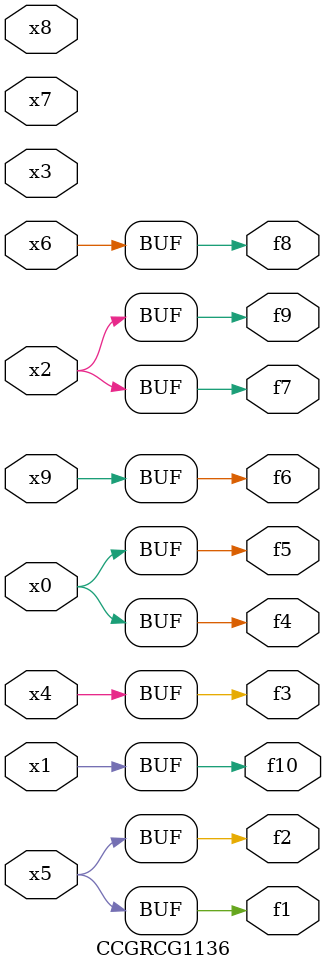
<source format=v>
module CCGRCG1136(
	input x0, x1, x2, x3, x4, x5, x6, x7, x8, x9,
	output f1, f2, f3, f4, f5, f6, f7, f8, f9, f10
);
	assign f1 = x5;
	assign f2 = x5;
	assign f3 = x4;
	assign f4 = x0;
	assign f5 = x0;
	assign f6 = x9;
	assign f7 = x2;
	assign f8 = x6;
	assign f9 = x2;
	assign f10 = x1;
endmodule

</source>
